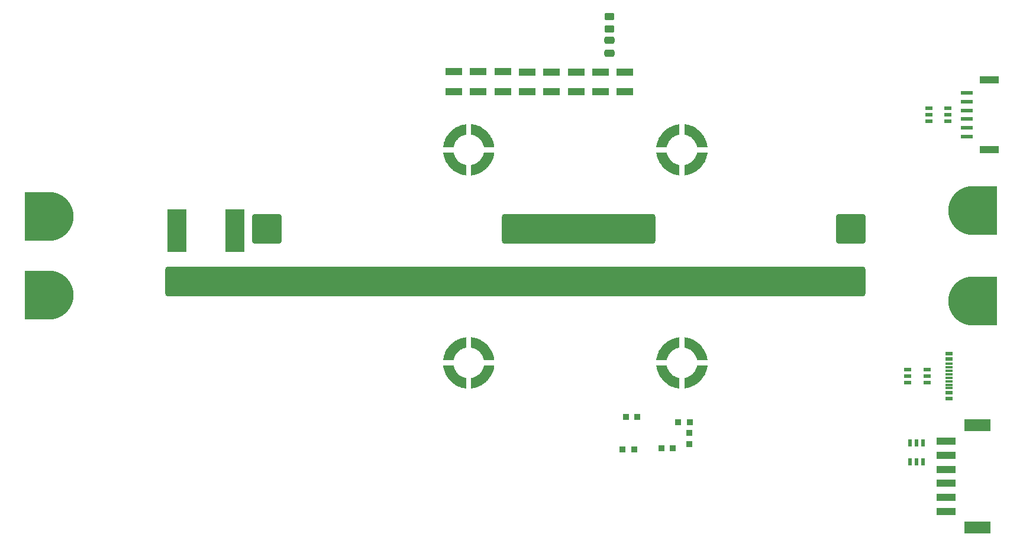
<source format=gbr>
%TF.GenerationSoftware,KiCad,Pcbnew,7.0.10*%
%TF.CreationDate,2025-04-22T22:54:08-04:00*%
%TF.ProjectId,bms-board,626d732d-626f-4617-9264-2e6b69636164,rev?*%
%TF.SameCoordinates,Original*%
%TF.FileFunction,Paste,Bot*%
%TF.FilePolarity,Positive*%
%FSLAX46Y46*%
G04 Gerber Fmt 4.6, Leading zero omitted, Abs format (unit mm)*
G04 Created by KiCad (PCBNEW 7.0.10) date 2025-04-22 22:54:08*
%MOMM*%
%LPD*%
G01*
G04 APERTURE LIST*
G04 Aperture macros list*
%AMRoundRect*
0 Rectangle with rounded corners*
0 $1 Rounding radius*
0 $2 $3 $4 $5 $6 $7 $8 $9 X,Y pos of 4 corners*
0 Add a 4 corners polygon primitive as box body*
4,1,4,$2,$3,$4,$5,$6,$7,$8,$9,$2,$3,0*
0 Add four circle primitives for the rounded corners*
1,1,$1+$1,$2,$3*
1,1,$1+$1,$4,$5*
1,1,$1+$1,$6,$7*
1,1,$1+$1,$8,$9*
0 Add four rect primitives between the rounded corners*
20,1,$1+$1,$2,$3,$4,$5,0*
20,1,$1+$1,$4,$5,$6,$7,0*
20,1,$1+$1,$6,$7,$8,$9,0*
20,1,$1+$1,$8,$9,$2,$3,0*%
%AMFreePoly0*
4,1,34,-3.500000,0.000000,-3.488454,0.284056,-3.437293,0.659559,-3.345832,1.027329,-3.215145,1.383055,-3.046763,1.722566,-2.842661,2.041881,-2.605231,2.337257,-2.337257,2.605231,-2.041881,2.842661,-1.722566,3.046763,-1.383055,3.215145,-1.027329,3.345832,-0.659559,3.437293,-0.284056,3.488454,0.000000,3.500000,0.284056,3.488454,0.659559,3.437293,1.027329,3.345832,1.383055,3.215145,
1.722566,3.046763,2.041881,2.842661,2.337257,2.605231,2.605231,2.337257,2.842661,2.041881,3.046763,1.722566,3.215145,1.383055,3.345832,1.027329,3.437293,0.659559,3.488454,0.284056,3.500000,0.000000,3.500000,-3.500000,-3.500000,-3.500000,-3.500000,0.000000,-3.500000,0.000000,$1*%
G04 Aperture macros list end*
%ADD10C,0.010000*%
%ADD11R,2.489200X1.066800*%
%ADD12FreePoly0,270.000000*%
%ADD13R,0.863600X0.889000*%
%ADD14RoundRect,0.500000X49.650000X1.650000X-49.650000X1.650000X-49.650000X-1.650000X49.650000X-1.650000X0*%
%ADD15R,0.558800X0.977900*%
%ADD16R,1.700000X0.600000*%
%ADD17R,2.700000X1.000000*%
%ADD18R,0.889000X0.863600*%
%ADD19R,3.800000X1.800000*%
%ADD20R,0.977900X0.558800*%
%ADD21RoundRect,0.250000X-0.450000X0.262500X-0.450000X-0.262500X0.450000X-0.262500X0.450000X0.262500X0*%
%ADD22R,1.140000X0.600000*%
%ADD23R,1.140000X0.300000*%
%ADD24RoundRect,0.250000X-0.475000X0.250000X-0.475000X-0.250000X0.475000X-0.250000X0.475000X0.250000X0*%
%ADD25FreePoly0,90.000000*%
%ADD26RoundRect,0.500000X1.650000X1.650000X-1.650000X1.650000X-1.650000X-1.650000X1.650000X-1.650000X0*%
%ADD27RoundRect,0.500000X10.525000X1.650000X-10.525000X1.650000X-10.525000X-1.650000X10.525000X-1.650000X0*%
%ADD28R,2.700000X6.200000*%
G04 APERTURE END LIST*
%TO.C,MP3*%
D10*
X97600000Y-95820000D02*
X97575000Y-95965000D01*
X97550000Y-96095000D01*
X97505000Y-96270000D01*
X97455000Y-96435000D01*
X97400000Y-96590000D01*
X97340000Y-96740000D01*
X97270000Y-96890000D01*
X97180000Y-97065000D01*
X97085000Y-97225000D01*
X96995000Y-97360000D01*
X96935000Y-97445000D01*
X96875000Y-97525000D01*
X96820000Y-97595000D01*
X96760000Y-97665000D01*
X96690000Y-97745000D01*
X96645000Y-97795000D01*
X96600000Y-97840000D01*
X96515000Y-97925000D01*
X96440000Y-97995000D01*
X96365000Y-98060000D01*
X96295000Y-98120000D01*
X96230000Y-98170000D01*
X96165000Y-98220000D01*
X96075000Y-98285000D01*
X95985000Y-98345000D01*
X95885000Y-98410000D01*
X95770000Y-98475000D01*
X95650000Y-98540000D01*
X95550000Y-98590000D01*
X95460000Y-98630000D01*
X95365000Y-98670000D01*
X95300000Y-98695000D01*
X95205000Y-98730000D01*
X95135000Y-98755000D01*
X95040000Y-98785000D01*
X94930000Y-98815000D01*
X94830000Y-98840000D01*
X94715000Y-98865000D01*
X94605000Y-98885000D01*
X94505000Y-98900000D01*
X94430000Y-98910000D01*
X94400000Y-98915000D01*
X94400000Y-97505000D01*
X94475000Y-97490000D01*
X94580000Y-97465000D01*
X94695000Y-97430000D01*
X94810000Y-97390000D01*
X94950000Y-97330000D01*
X95050000Y-97280000D01*
X95130000Y-97235000D01*
X95235000Y-97170000D01*
X95320000Y-97110000D01*
X95405000Y-97045000D01*
X95465000Y-96995000D01*
X95520000Y-96945000D01*
X95605000Y-96865000D01*
X95695000Y-96765000D01*
X95750000Y-96700000D01*
X95815000Y-96615000D01*
X95860000Y-96550000D01*
X95920000Y-96455000D01*
X95975000Y-96360000D01*
X96025000Y-96260000D01*
X96070000Y-96160000D01*
X96100000Y-96080000D01*
X96130000Y-96000000D01*
X96165000Y-95880000D01*
X96190000Y-95775000D01*
X96205000Y-95700000D01*
X97615000Y-95700000D01*
X97600000Y-95820000D01*
G36*
X97600000Y-95820000D02*
G01*
X97575000Y-95965000D01*
X97550000Y-96095000D01*
X97505000Y-96270000D01*
X97455000Y-96435000D01*
X97400000Y-96590000D01*
X97340000Y-96740000D01*
X97270000Y-96890000D01*
X97180000Y-97065000D01*
X97085000Y-97225000D01*
X96995000Y-97360000D01*
X96935000Y-97445000D01*
X96875000Y-97525000D01*
X96820000Y-97595000D01*
X96760000Y-97665000D01*
X96690000Y-97745000D01*
X96645000Y-97795000D01*
X96600000Y-97840000D01*
X96515000Y-97925000D01*
X96440000Y-97995000D01*
X96365000Y-98060000D01*
X96295000Y-98120000D01*
X96230000Y-98170000D01*
X96165000Y-98220000D01*
X96075000Y-98285000D01*
X95985000Y-98345000D01*
X95885000Y-98410000D01*
X95770000Y-98475000D01*
X95650000Y-98540000D01*
X95550000Y-98590000D01*
X95460000Y-98630000D01*
X95365000Y-98670000D01*
X95300000Y-98695000D01*
X95205000Y-98730000D01*
X95135000Y-98755000D01*
X95040000Y-98785000D01*
X94930000Y-98815000D01*
X94830000Y-98840000D01*
X94715000Y-98865000D01*
X94605000Y-98885000D01*
X94505000Y-98900000D01*
X94430000Y-98910000D01*
X94400000Y-98915000D01*
X94400000Y-97505000D01*
X94475000Y-97490000D01*
X94580000Y-97465000D01*
X94695000Y-97430000D01*
X94810000Y-97390000D01*
X94950000Y-97330000D01*
X95050000Y-97280000D01*
X95130000Y-97235000D01*
X95235000Y-97170000D01*
X95320000Y-97110000D01*
X95405000Y-97045000D01*
X95465000Y-96995000D01*
X95520000Y-96945000D01*
X95605000Y-96865000D01*
X95695000Y-96765000D01*
X95750000Y-96700000D01*
X95815000Y-96615000D01*
X95860000Y-96550000D01*
X95920000Y-96455000D01*
X95975000Y-96360000D01*
X96025000Y-96260000D01*
X96070000Y-96160000D01*
X96100000Y-96080000D01*
X96130000Y-96000000D01*
X96165000Y-95880000D01*
X96190000Y-95775000D01*
X96205000Y-95700000D01*
X97615000Y-95700000D01*
X97600000Y-95820000D01*
G37*
X94520000Y-91700000D02*
X94665000Y-91725000D01*
X94795000Y-91750000D01*
X94970000Y-91795000D01*
X95135000Y-91845000D01*
X95290000Y-91900000D01*
X95440000Y-91960000D01*
X95590000Y-92030000D01*
X95765000Y-92120000D01*
X95925000Y-92215000D01*
X96060000Y-92305000D01*
X96145000Y-92365000D01*
X96225000Y-92425000D01*
X96295000Y-92480000D01*
X96365000Y-92540000D01*
X96445000Y-92610000D01*
X96495000Y-92655000D01*
X96540000Y-92700000D01*
X96625000Y-92785000D01*
X96695000Y-92860000D01*
X96760000Y-92935000D01*
X96820000Y-93005000D01*
X96870000Y-93070000D01*
X96920000Y-93135000D01*
X96985000Y-93225000D01*
X97045000Y-93315000D01*
X97110000Y-93415000D01*
X97175000Y-93530000D01*
X97240000Y-93650000D01*
X97290000Y-93750000D01*
X97330000Y-93840000D01*
X97370000Y-93935000D01*
X97395000Y-94000000D01*
X97430000Y-94095000D01*
X97455000Y-94165000D01*
X97485000Y-94260000D01*
X97515000Y-94370000D01*
X97540000Y-94470000D01*
X97565000Y-94585000D01*
X97585000Y-94695000D01*
X97600000Y-94795000D01*
X97610000Y-94870000D01*
X97615000Y-94900000D01*
X96205000Y-94900000D01*
X96190000Y-94825000D01*
X96165000Y-94720000D01*
X96130000Y-94605000D01*
X96090000Y-94490000D01*
X96030000Y-94350000D01*
X95980000Y-94250000D01*
X95935000Y-94170000D01*
X95870000Y-94065000D01*
X95810000Y-93980000D01*
X95745000Y-93895000D01*
X95695000Y-93835000D01*
X95645000Y-93780000D01*
X95565000Y-93695000D01*
X95465000Y-93605000D01*
X95400000Y-93550000D01*
X95315000Y-93485000D01*
X95250000Y-93440000D01*
X95155000Y-93380000D01*
X95060000Y-93325000D01*
X94960000Y-93275000D01*
X94860000Y-93230000D01*
X94780000Y-93200000D01*
X94700000Y-93170000D01*
X94580000Y-93135000D01*
X94475000Y-93110000D01*
X94400000Y-93095000D01*
X94400000Y-91685000D01*
X94520000Y-91700000D01*
G36*
X94520000Y-91700000D02*
G01*
X94665000Y-91725000D01*
X94795000Y-91750000D01*
X94970000Y-91795000D01*
X95135000Y-91845000D01*
X95290000Y-91900000D01*
X95440000Y-91960000D01*
X95590000Y-92030000D01*
X95765000Y-92120000D01*
X95925000Y-92215000D01*
X96060000Y-92305000D01*
X96145000Y-92365000D01*
X96225000Y-92425000D01*
X96295000Y-92480000D01*
X96365000Y-92540000D01*
X96445000Y-92610000D01*
X96495000Y-92655000D01*
X96540000Y-92700000D01*
X96625000Y-92785000D01*
X96695000Y-92860000D01*
X96760000Y-92935000D01*
X96820000Y-93005000D01*
X96870000Y-93070000D01*
X96920000Y-93135000D01*
X96985000Y-93225000D01*
X97045000Y-93315000D01*
X97110000Y-93415000D01*
X97175000Y-93530000D01*
X97240000Y-93650000D01*
X97290000Y-93750000D01*
X97330000Y-93840000D01*
X97370000Y-93935000D01*
X97395000Y-94000000D01*
X97430000Y-94095000D01*
X97455000Y-94165000D01*
X97485000Y-94260000D01*
X97515000Y-94370000D01*
X97540000Y-94470000D01*
X97565000Y-94585000D01*
X97585000Y-94695000D01*
X97600000Y-94795000D01*
X97610000Y-94870000D01*
X97615000Y-94900000D01*
X96205000Y-94900000D01*
X96190000Y-94825000D01*
X96165000Y-94720000D01*
X96130000Y-94605000D01*
X96090000Y-94490000D01*
X96030000Y-94350000D01*
X95980000Y-94250000D01*
X95935000Y-94170000D01*
X95870000Y-94065000D01*
X95810000Y-93980000D01*
X95745000Y-93895000D01*
X95695000Y-93835000D01*
X95645000Y-93780000D01*
X95565000Y-93695000D01*
X95465000Y-93605000D01*
X95400000Y-93550000D01*
X95315000Y-93485000D01*
X95250000Y-93440000D01*
X95155000Y-93380000D01*
X95060000Y-93325000D01*
X94960000Y-93275000D01*
X94860000Y-93230000D01*
X94780000Y-93200000D01*
X94700000Y-93170000D01*
X94580000Y-93135000D01*
X94475000Y-93110000D01*
X94400000Y-93095000D01*
X94400000Y-91685000D01*
X94520000Y-91700000D01*
G37*
X91810000Y-95775000D02*
X91835000Y-95880000D01*
X91870000Y-95995000D01*
X91910000Y-96110000D01*
X91970000Y-96250000D01*
X92020000Y-96350000D01*
X92065000Y-96430000D01*
X92130000Y-96535000D01*
X92190000Y-96620000D01*
X92255000Y-96705000D01*
X92305000Y-96765000D01*
X92355000Y-96820000D01*
X92435000Y-96905000D01*
X92535000Y-96995000D01*
X92600000Y-97050000D01*
X92685000Y-97115000D01*
X92750000Y-97160000D01*
X92845000Y-97220000D01*
X92940000Y-97275000D01*
X93040000Y-97325000D01*
X93140000Y-97370000D01*
X93220000Y-97400000D01*
X93300000Y-97430000D01*
X93420000Y-97465000D01*
X93525000Y-97490000D01*
X93600000Y-97505000D01*
X93600000Y-98915000D01*
X93480000Y-98900000D01*
X93335000Y-98875000D01*
X93205000Y-98850000D01*
X93030000Y-98805000D01*
X92865000Y-98755000D01*
X92710000Y-98700000D01*
X92560000Y-98640000D01*
X92410000Y-98570000D01*
X92235000Y-98480000D01*
X92075000Y-98385000D01*
X91940000Y-98295000D01*
X91855000Y-98235000D01*
X91775000Y-98175000D01*
X91705000Y-98120000D01*
X91635000Y-98060000D01*
X91555000Y-97990000D01*
X91505000Y-97945000D01*
X91460000Y-97900000D01*
X91375000Y-97815000D01*
X91305000Y-97740000D01*
X91240000Y-97665000D01*
X91180000Y-97595000D01*
X91130000Y-97530000D01*
X91080000Y-97465000D01*
X91015000Y-97375000D01*
X90955000Y-97285000D01*
X90890000Y-97185000D01*
X90825000Y-97070000D01*
X90760000Y-96950000D01*
X90710000Y-96850000D01*
X90670000Y-96760000D01*
X90630000Y-96665000D01*
X90605000Y-96600000D01*
X90570000Y-96505000D01*
X90545000Y-96435000D01*
X90515000Y-96340000D01*
X90485000Y-96230000D01*
X90460000Y-96130000D01*
X90435000Y-96015000D01*
X90415000Y-95905000D01*
X90400000Y-95805000D01*
X90390000Y-95730000D01*
X90385000Y-95700000D01*
X91795000Y-95700000D01*
X91810000Y-95775000D01*
G36*
X91810000Y-95775000D02*
G01*
X91835000Y-95880000D01*
X91870000Y-95995000D01*
X91910000Y-96110000D01*
X91970000Y-96250000D01*
X92020000Y-96350000D01*
X92065000Y-96430000D01*
X92130000Y-96535000D01*
X92190000Y-96620000D01*
X92255000Y-96705000D01*
X92305000Y-96765000D01*
X92355000Y-96820000D01*
X92435000Y-96905000D01*
X92535000Y-96995000D01*
X92600000Y-97050000D01*
X92685000Y-97115000D01*
X92750000Y-97160000D01*
X92845000Y-97220000D01*
X92940000Y-97275000D01*
X93040000Y-97325000D01*
X93140000Y-97370000D01*
X93220000Y-97400000D01*
X93300000Y-97430000D01*
X93420000Y-97465000D01*
X93525000Y-97490000D01*
X93600000Y-97505000D01*
X93600000Y-98915000D01*
X93480000Y-98900000D01*
X93335000Y-98875000D01*
X93205000Y-98850000D01*
X93030000Y-98805000D01*
X92865000Y-98755000D01*
X92710000Y-98700000D01*
X92560000Y-98640000D01*
X92410000Y-98570000D01*
X92235000Y-98480000D01*
X92075000Y-98385000D01*
X91940000Y-98295000D01*
X91855000Y-98235000D01*
X91775000Y-98175000D01*
X91705000Y-98120000D01*
X91635000Y-98060000D01*
X91555000Y-97990000D01*
X91505000Y-97945000D01*
X91460000Y-97900000D01*
X91375000Y-97815000D01*
X91305000Y-97740000D01*
X91240000Y-97665000D01*
X91180000Y-97595000D01*
X91130000Y-97530000D01*
X91080000Y-97465000D01*
X91015000Y-97375000D01*
X90955000Y-97285000D01*
X90890000Y-97185000D01*
X90825000Y-97070000D01*
X90760000Y-96950000D01*
X90710000Y-96850000D01*
X90670000Y-96760000D01*
X90630000Y-96665000D01*
X90605000Y-96600000D01*
X90570000Y-96505000D01*
X90545000Y-96435000D01*
X90515000Y-96340000D01*
X90485000Y-96230000D01*
X90460000Y-96130000D01*
X90435000Y-96015000D01*
X90415000Y-95905000D01*
X90400000Y-95805000D01*
X90390000Y-95730000D01*
X90385000Y-95700000D01*
X91795000Y-95700000D01*
X91810000Y-95775000D01*
G37*
X93600000Y-93095000D02*
X93525000Y-93110000D01*
X93420000Y-93135000D01*
X93305000Y-93170000D01*
X93190000Y-93210000D01*
X93050000Y-93270000D01*
X92950000Y-93320000D01*
X92870000Y-93365000D01*
X92765000Y-93430000D01*
X92680000Y-93490000D01*
X92595000Y-93555000D01*
X92535000Y-93605000D01*
X92480000Y-93655000D01*
X92395000Y-93735000D01*
X92305000Y-93835000D01*
X92250000Y-93900000D01*
X92185000Y-93985000D01*
X92140000Y-94050000D01*
X92080000Y-94145000D01*
X92025000Y-94240000D01*
X91975000Y-94340000D01*
X91930000Y-94440000D01*
X91900000Y-94520000D01*
X91870000Y-94600000D01*
X91835000Y-94720000D01*
X91810000Y-94825000D01*
X91795000Y-94900000D01*
X90385000Y-94900000D01*
X90400000Y-94780000D01*
X90425000Y-94635000D01*
X90450000Y-94505000D01*
X90495000Y-94330000D01*
X90545000Y-94165000D01*
X90600000Y-94010000D01*
X90660000Y-93860000D01*
X90730000Y-93710000D01*
X90820000Y-93535000D01*
X90915000Y-93375000D01*
X91005000Y-93240000D01*
X91065000Y-93155000D01*
X91125000Y-93075000D01*
X91180000Y-93005000D01*
X91240000Y-92935000D01*
X91310000Y-92855000D01*
X91355000Y-92805000D01*
X91400000Y-92760000D01*
X91485000Y-92675000D01*
X91560000Y-92605000D01*
X91635000Y-92540000D01*
X91705000Y-92480000D01*
X91770000Y-92430000D01*
X91835000Y-92380000D01*
X91925000Y-92315000D01*
X92015000Y-92255000D01*
X92115000Y-92190000D01*
X92230000Y-92125000D01*
X92350000Y-92060000D01*
X92450000Y-92010000D01*
X92540000Y-91970000D01*
X92635000Y-91930000D01*
X92700000Y-91905000D01*
X92795000Y-91870000D01*
X92865000Y-91845000D01*
X92960000Y-91815000D01*
X93070000Y-91785000D01*
X93170000Y-91760000D01*
X93285000Y-91735000D01*
X93395000Y-91715000D01*
X93495000Y-91700000D01*
X93570000Y-91690000D01*
X93600000Y-91685000D01*
X93600000Y-93095000D01*
G36*
X93600000Y-93095000D02*
G01*
X93525000Y-93110000D01*
X93420000Y-93135000D01*
X93305000Y-93170000D01*
X93190000Y-93210000D01*
X93050000Y-93270000D01*
X92950000Y-93320000D01*
X92870000Y-93365000D01*
X92765000Y-93430000D01*
X92680000Y-93490000D01*
X92595000Y-93555000D01*
X92535000Y-93605000D01*
X92480000Y-93655000D01*
X92395000Y-93735000D01*
X92305000Y-93835000D01*
X92250000Y-93900000D01*
X92185000Y-93985000D01*
X92140000Y-94050000D01*
X92080000Y-94145000D01*
X92025000Y-94240000D01*
X91975000Y-94340000D01*
X91930000Y-94440000D01*
X91900000Y-94520000D01*
X91870000Y-94600000D01*
X91835000Y-94720000D01*
X91810000Y-94825000D01*
X91795000Y-94900000D01*
X90385000Y-94900000D01*
X90400000Y-94780000D01*
X90425000Y-94635000D01*
X90450000Y-94505000D01*
X90495000Y-94330000D01*
X90545000Y-94165000D01*
X90600000Y-94010000D01*
X90660000Y-93860000D01*
X90730000Y-93710000D01*
X90820000Y-93535000D01*
X90915000Y-93375000D01*
X91005000Y-93240000D01*
X91065000Y-93155000D01*
X91125000Y-93075000D01*
X91180000Y-93005000D01*
X91240000Y-92935000D01*
X91310000Y-92855000D01*
X91355000Y-92805000D01*
X91400000Y-92760000D01*
X91485000Y-92675000D01*
X91560000Y-92605000D01*
X91635000Y-92540000D01*
X91705000Y-92480000D01*
X91770000Y-92430000D01*
X91835000Y-92380000D01*
X91925000Y-92315000D01*
X92015000Y-92255000D01*
X92115000Y-92190000D01*
X92230000Y-92125000D01*
X92350000Y-92060000D01*
X92450000Y-92010000D01*
X92540000Y-91970000D01*
X92635000Y-91930000D01*
X92700000Y-91905000D01*
X92795000Y-91870000D01*
X92865000Y-91845000D01*
X92960000Y-91815000D01*
X93070000Y-91785000D01*
X93170000Y-91760000D01*
X93285000Y-91735000D01*
X93395000Y-91715000D01*
X93495000Y-91700000D01*
X93570000Y-91690000D01*
X93600000Y-91685000D01*
X93600000Y-93095000D01*
G37*
%TO.C,MP4*%
X128100000Y-95820000D02*
X128075000Y-95965000D01*
X128050000Y-96095000D01*
X128005000Y-96270000D01*
X127955000Y-96435000D01*
X127900000Y-96590000D01*
X127840000Y-96740000D01*
X127770000Y-96890000D01*
X127680000Y-97065000D01*
X127585000Y-97225000D01*
X127495000Y-97360000D01*
X127435000Y-97445000D01*
X127375000Y-97525000D01*
X127320000Y-97595000D01*
X127260000Y-97665000D01*
X127190000Y-97745000D01*
X127145000Y-97795000D01*
X127100000Y-97840000D01*
X127015000Y-97925000D01*
X126940000Y-97995000D01*
X126865000Y-98060000D01*
X126795000Y-98120000D01*
X126730000Y-98170000D01*
X126665000Y-98220000D01*
X126575000Y-98285000D01*
X126485000Y-98345000D01*
X126385000Y-98410000D01*
X126270000Y-98475000D01*
X126150000Y-98540000D01*
X126050000Y-98590000D01*
X125960000Y-98630000D01*
X125865000Y-98670000D01*
X125800000Y-98695000D01*
X125705000Y-98730000D01*
X125635000Y-98755000D01*
X125540000Y-98785000D01*
X125430000Y-98815000D01*
X125330000Y-98840000D01*
X125215000Y-98865000D01*
X125105000Y-98885000D01*
X125005000Y-98900000D01*
X124930000Y-98910000D01*
X124900000Y-98915000D01*
X124900000Y-97505000D01*
X124975000Y-97490000D01*
X125080000Y-97465000D01*
X125195000Y-97430000D01*
X125310000Y-97390000D01*
X125450000Y-97330000D01*
X125550000Y-97280000D01*
X125630000Y-97235000D01*
X125735000Y-97170000D01*
X125820000Y-97110000D01*
X125905000Y-97045000D01*
X125965000Y-96995000D01*
X126020000Y-96945000D01*
X126105000Y-96865000D01*
X126195000Y-96765000D01*
X126250000Y-96700000D01*
X126315000Y-96615000D01*
X126360000Y-96550000D01*
X126420000Y-96455000D01*
X126475000Y-96360000D01*
X126525000Y-96260000D01*
X126570000Y-96160000D01*
X126600000Y-96080000D01*
X126630000Y-96000000D01*
X126665000Y-95880000D01*
X126690000Y-95775000D01*
X126705000Y-95700000D01*
X128115000Y-95700000D01*
X128100000Y-95820000D01*
G36*
X128100000Y-95820000D02*
G01*
X128075000Y-95965000D01*
X128050000Y-96095000D01*
X128005000Y-96270000D01*
X127955000Y-96435000D01*
X127900000Y-96590000D01*
X127840000Y-96740000D01*
X127770000Y-96890000D01*
X127680000Y-97065000D01*
X127585000Y-97225000D01*
X127495000Y-97360000D01*
X127435000Y-97445000D01*
X127375000Y-97525000D01*
X127320000Y-97595000D01*
X127260000Y-97665000D01*
X127190000Y-97745000D01*
X127145000Y-97795000D01*
X127100000Y-97840000D01*
X127015000Y-97925000D01*
X126940000Y-97995000D01*
X126865000Y-98060000D01*
X126795000Y-98120000D01*
X126730000Y-98170000D01*
X126665000Y-98220000D01*
X126575000Y-98285000D01*
X126485000Y-98345000D01*
X126385000Y-98410000D01*
X126270000Y-98475000D01*
X126150000Y-98540000D01*
X126050000Y-98590000D01*
X125960000Y-98630000D01*
X125865000Y-98670000D01*
X125800000Y-98695000D01*
X125705000Y-98730000D01*
X125635000Y-98755000D01*
X125540000Y-98785000D01*
X125430000Y-98815000D01*
X125330000Y-98840000D01*
X125215000Y-98865000D01*
X125105000Y-98885000D01*
X125005000Y-98900000D01*
X124930000Y-98910000D01*
X124900000Y-98915000D01*
X124900000Y-97505000D01*
X124975000Y-97490000D01*
X125080000Y-97465000D01*
X125195000Y-97430000D01*
X125310000Y-97390000D01*
X125450000Y-97330000D01*
X125550000Y-97280000D01*
X125630000Y-97235000D01*
X125735000Y-97170000D01*
X125820000Y-97110000D01*
X125905000Y-97045000D01*
X125965000Y-96995000D01*
X126020000Y-96945000D01*
X126105000Y-96865000D01*
X126195000Y-96765000D01*
X126250000Y-96700000D01*
X126315000Y-96615000D01*
X126360000Y-96550000D01*
X126420000Y-96455000D01*
X126475000Y-96360000D01*
X126525000Y-96260000D01*
X126570000Y-96160000D01*
X126600000Y-96080000D01*
X126630000Y-96000000D01*
X126665000Y-95880000D01*
X126690000Y-95775000D01*
X126705000Y-95700000D01*
X128115000Y-95700000D01*
X128100000Y-95820000D01*
G37*
X125020000Y-91700000D02*
X125165000Y-91725000D01*
X125295000Y-91750000D01*
X125470000Y-91795000D01*
X125635000Y-91845000D01*
X125790000Y-91900000D01*
X125940000Y-91960000D01*
X126090000Y-92030000D01*
X126265000Y-92120000D01*
X126425000Y-92215000D01*
X126560000Y-92305000D01*
X126645000Y-92365000D01*
X126725000Y-92425000D01*
X126795000Y-92480000D01*
X126865000Y-92540000D01*
X126945000Y-92610000D01*
X126995000Y-92655000D01*
X127040000Y-92700000D01*
X127125000Y-92785000D01*
X127195000Y-92860000D01*
X127260000Y-92935000D01*
X127320000Y-93005000D01*
X127370000Y-93070000D01*
X127420000Y-93135000D01*
X127485000Y-93225000D01*
X127545000Y-93315000D01*
X127610000Y-93415000D01*
X127675000Y-93530000D01*
X127740000Y-93650000D01*
X127790000Y-93750000D01*
X127830000Y-93840000D01*
X127870000Y-93935000D01*
X127895000Y-94000000D01*
X127930000Y-94095000D01*
X127955000Y-94165000D01*
X127985000Y-94260000D01*
X128015000Y-94370000D01*
X128040000Y-94470000D01*
X128065000Y-94585000D01*
X128085000Y-94695000D01*
X128100000Y-94795000D01*
X128110000Y-94870000D01*
X128115000Y-94900000D01*
X126705000Y-94900000D01*
X126690000Y-94825000D01*
X126665000Y-94720000D01*
X126630000Y-94605000D01*
X126590000Y-94490000D01*
X126530000Y-94350000D01*
X126480000Y-94250000D01*
X126435000Y-94170000D01*
X126370000Y-94065000D01*
X126310000Y-93980000D01*
X126245000Y-93895000D01*
X126195000Y-93835000D01*
X126145000Y-93780000D01*
X126065000Y-93695000D01*
X125965000Y-93605000D01*
X125900000Y-93550000D01*
X125815000Y-93485000D01*
X125750000Y-93440000D01*
X125655000Y-93380000D01*
X125560000Y-93325000D01*
X125460000Y-93275000D01*
X125360000Y-93230000D01*
X125280000Y-93200000D01*
X125200000Y-93170000D01*
X125080000Y-93135000D01*
X124975000Y-93110000D01*
X124900000Y-93095000D01*
X124900000Y-91685000D01*
X125020000Y-91700000D01*
G36*
X125020000Y-91700000D02*
G01*
X125165000Y-91725000D01*
X125295000Y-91750000D01*
X125470000Y-91795000D01*
X125635000Y-91845000D01*
X125790000Y-91900000D01*
X125940000Y-91960000D01*
X126090000Y-92030000D01*
X126265000Y-92120000D01*
X126425000Y-92215000D01*
X126560000Y-92305000D01*
X126645000Y-92365000D01*
X126725000Y-92425000D01*
X126795000Y-92480000D01*
X126865000Y-92540000D01*
X126945000Y-92610000D01*
X126995000Y-92655000D01*
X127040000Y-92700000D01*
X127125000Y-92785000D01*
X127195000Y-92860000D01*
X127260000Y-92935000D01*
X127320000Y-93005000D01*
X127370000Y-93070000D01*
X127420000Y-93135000D01*
X127485000Y-93225000D01*
X127545000Y-93315000D01*
X127610000Y-93415000D01*
X127675000Y-93530000D01*
X127740000Y-93650000D01*
X127790000Y-93750000D01*
X127830000Y-93840000D01*
X127870000Y-93935000D01*
X127895000Y-94000000D01*
X127930000Y-94095000D01*
X127955000Y-94165000D01*
X127985000Y-94260000D01*
X128015000Y-94370000D01*
X128040000Y-94470000D01*
X128065000Y-94585000D01*
X128085000Y-94695000D01*
X128100000Y-94795000D01*
X128110000Y-94870000D01*
X128115000Y-94900000D01*
X126705000Y-94900000D01*
X126690000Y-94825000D01*
X126665000Y-94720000D01*
X126630000Y-94605000D01*
X126590000Y-94490000D01*
X126530000Y-94350000D01*
X126480000Y-94250000D01*
X126435000Y-94170000D01*
X126370000Y-94065000D01*
X126310000Y-93980000D01*
X126245000Y-93895000D01*
X126195000Y-93835000D01*
X126145000Y-93780000D01*
X126065000Y-93695000D01*
X125965000Y-93605000D01*
X125900000Y-93550000D01*
X125815000Y-93485000D01*
X125750000Y-93440000D01*
X125655000Y-93380000D01*
X125560000Y-93325000D01*
X125460000Y-93275000D01*
X125360000Y-93230000D01*
X125280000Y-93200000D01*
X125200000Y-93170000D01*
X125080000Y-93135000D01*
X124975000Y-93110000D01*
X124900000Y-93095000D01*
X124900000Y-91685000D01*
X125020000Y-91700000D01*
G37*
X122310000Y-95775000D02*
X122335000Y-95880000D01*
X122370000Y-95995000D01*
X122410000Y-96110000D01*
X122470000Y-96250000D01*
X122520000Y-96350000D01*
X122565000Y-96430000D01*
X122630000Y-96535000D01*
X122690000Y-96620000D01*
X122755000Y-96705000D01*
X122805000Y-96765000D01*
X122855000Y-96820000D01*
X122935000Y-96905000D01*
X123035000Y-96995000D01*
X123100000Y-97050000D01*
X123185000Y-97115000D01*
X123250000Y-97160000D01*
X123345000Y-97220000D01*
X123440000Y-97275000D01*
X123540000Y-97325000D01*
X123640000Y-97370000D01*
X123720000Y-97400000D01*
X123800000Y-97430000D01*
X123920000Y-97465000D01*
X124025000Y-97490000D01*
X124100000Y-97505000D01*
X124100000Y-98915000D01*
X123980000Y-98900000D01*
X123835000Y-98875000D01*
X123705000Y-98850000D01*
X123530000Y-98805000D01*
X123365000Y-98755000D01*
X123210000Y-98700000D01*
X123060000Y-98640000D01*
X122910000Y-98570000D01*
X122735000Y-98480000D01*
X122575000Y-98385000D01*
X122440000Y-98295000D01*
X122355000Y-98235000D01*
X122275000Y-98175000D01*
X122205000Y-98120000D01*
X122135000Y-98060000D01*
X122055000Y-97990000D01*
X122005000Y-97945000D01*
X121960000Y-97900000D01*
X121875000Y-97815000D01*
X121805000Y-97740000D01*
X121740000Y-97665000D01*
X121680000Y-97595000D01*
X121630000Y-97530000D01*
X121580000Y-97465000D01*
X121515000Y-97375000D01*
X121455000Y-97285000D01*
X121390000Y-97185000D01*
X121325000Y-97070000D01*
X121260000Y-96950000D01*
X121210000Y-96850000D01*
X121170000Y-96760000D01*
X121130000Y-96665000D01*
X121105000Y-96600000D01*
X121070000Y-96505000D01*
X121045000Y-96435000D01*
X121015000Y-96340000D01*
X120985000Y-96230000D01*
X120960000Y-96130000D01*
X120935000Y-96015000D01*
X120915000Y-95905000D01*
X120900000Y-95805000D01*
X120890000Y-95730000D01*
X120885000Y-95700000D01*
X122295000Y-95700000D01*
X122310000Y-95775000D01*
G36*
X122310000Y-95775000D02*
G01*
X122335000Y-95880000D01*
X122370000Y-95995000D01*
X122410000Y-96110000D01*
X122470000Y-96250000D01*
X122520000Y-96350000D01*
X122565000Y-96430000D01*
X122630000Y-96535000D01*
X122690000Y-96620000D01*
X122755000Y-96705000D01*
X122805000Y-96765000D01*
X122855000Y-96820000D01*
X122935000Y-96905000D01*
X123035000Y-96995000D01*
X123100000Y-97050000D01*
X123185000Y-97115000D01*
X123250000Y-97160000D01*
X123345000Y-97220000D01*
X123440000Y-97275000D01*
X123540000Y-97325000D01*
X123640000Y-97370000D01*
X123720000Y-97400000D01*
X123800000Y-97430000D01*
X123920000Y-97465000D01*
X124025000Y-97490000D01*
X124100000Y-97505000D01*
X124100000Y-98915000D01*
X123980000Y-98900000D01*
X123835000Y-98875000D01*
X123705000Y-98850000D01*
X123530000Y-98805000D01*
X123365000Y-98755000D01*
X123210000Y-98700000D01*
X123060000Y-98640000D01*
X122910000Y-98570000D01*
X122735000Y-98480000D01*
X122575000Y-98385000D01*
X122440000Y-98295000D01*
X122355000Y-98235000D01*
X122275000Y-98175000D01*
X122205000Y-98120000D01*
X122135000Y-98060000D01*
X122055000Y-97990000D01*
X122005000Y-97945000D01*
X121960000Y-97900000D01*
X121875000Y-97815000D01*
X121805000Y-97740000D01*
X121740000Y-97665000D01*
X121680000Y-97595000D01*
X121630000Y-97530000D01*
X121580000Y-97465000D01*
X121515000Y-97375000D01*
X121455000Y-97285000D01*
X121390000Y-97185000D01*
X121325000Y-97070000D01*
X121260000Y-96950000D01*
X121210000Y-96850000D01*
X121170000Y-96760000D01*
X121130000Y-96665000D01*
X121105000Y-96600000D01*
X121070000Y-96505000D01*
X121045000Y-96435000D01*
X121015000Y-96340000D01*
X120985000Y-96230000D01*
X120960000Y-96130000D01*
X120935000Y-96015000D01*
X120915000Y-95905000D01*
X120900000Y-95805000D01*
X120890000Y-95730000D01*
X120885000Y-95700000D01*
X122295000Y-95700000D01*
X122310000Y-95775000D01*
G37*
X124100000Y-93095000D02*
X124025000Y-93110000D01*
X123920000Y-93135000D01*
X123805000Y-93170000D01*
X123690000Y-93210000D01*
X123550000Y-93270000D01*
X123450000Y-93320000D01*
X123370000Y-93365000D01*
X123265000Y-93430000D01*
X123180000Y-93490000D01*
X123095000Y-93555000D01*
X123035000Y-93605000D01*
X122980000Y-93655000D01*
X122895000Y-93735000D01*
X122805000Y-93835000D01*
X122750000Y-93900000D01*
X122685000Y-93985000D01*
X122640000Y-94050000D01*
X122580000Y-94145000D01*
X122525000Y-94240000D01*
X122475000Y-94340000D01*
X122430000Y-94440000D01*
X122400000Y-94520000D01*
X122370000Y-94600000D01*
X122335000Y-94720000D01*
X122310000Y-94825000D01*
X122295000Y-94900000D01*
X120885000Y-94900000D01*
X120900000Y-94780000D01*
X120925000Y-94635000D01*
X120950000Y-94505000D01*
X120995000Y-94330000D01*
X121045000Y-94165000D01*
X121100000Y-94010000D01*
X121160000Y-93860000D01*
X121230000Y-93710000D01*
X121320000Y-93535000D01*
X121415000Y-93375000D01*
X121505000Y-93240000D01*
X121565000Y-93155000D01*
X121625000Y-93075000D01*
X121680000Y-93005000D01*
X121740000Y-92935000D01*
X121810000Y-92855000D01*
X121855000Y-92805000D01*
X121900000Y-92760000D01*
X121985000Y-92675000D01*
X122060000Y-92605000D01*
X122135000Y-92540000D01*
X122205000Y-92480000D01*
X122270000Y-92430000D01*
X122335000Y-92380000D01*
X122425000Y-92315000D01*
X122515000Y-92255000D01*
X122615000Y-92190000D01*
X122730000Y-92125000D01*
X122850000Y-92060000D01*
X122950000Y-92010000D01*
X123040000Y-91970000D01*
X123135000Y-91930000D01*
X123200000Y-91905000D01*
X123295000Y-91870000D01*
X123365000Y-91845000D01*
X123460000Y-91815000D01*
X123570000Y-91785000D01*
X123670000Y-91760000D01*
X123785000Y-91735000D01*
X123895000Y-91715000D01*
X123995000Y-91700000D01*
X124070000Y-91690000D01*
X124100000Y-91685000D01*
X124100000Y-93095000D01*
G36*
X124100000Y-93095000D02*
G01*
X124025000Y-93110000D01*
X123920000Y-93135000D01*
X123805000Y-93170000D01*
X123690000Y-93210000D01*
X123550000Y-93270000D01*
X123450000Y-93320000D01*
X123370000Y-93365000D01*
X123265000Y-93430000D01*
X123180000Y-93490000D01*
X123095000Y-93555000D01*
X123035000Y-93605000D01*
X122980000Y-93655000D01*
X122895000Y-93735000D01*
X122805000Y-93835000D01*
X122750000Y-93900000D01*
X122685000Y-93985000D01*
X122640000Y-94050000D01*
X122580000Y-94145000D01*
X122525000Y-94240000D01*
X122475000Y-94340000D01*
X122430000Y-94440000D01*
X122400000Y-94520000D01*
X122370000Y-94600000D01*
X122335000Y-94720000D01*
X122310000Y-94825000D01*
X122295000Y-94900000D01*
X120885000Y-94900000D01*
X120900000Y-94780000D01*
X120925000Y-94635000D01*
X120950000Y-94505000D01*
X120995000Y-94330000D01*
X121045000Y-94165000D01*
X121100000Y-94010000D01*
X121160000Y-93860000D01*
X121230000Y-93710000D01*
X121320000Y-93535000D01*
X121415000Y-93375000D01*
X121505000Y-93240000D01*
X121565000Y-93155000D01*
X121625000Y-93075000D01*
X121680000Y-93005000D01*
X121740000Y-92935000D01*
X121810000Y-92855000D01*
X121855000Y-92805000D01*
X121900000Y-92760000D01*
X121985000Y-92675000D01*
X122060000Y-92605000D01*
X122135000Y-92540000D01*
X122205000Y-92480000D01*
X122270000Y-92430000D01*
X122335000Y-92380000D01*
X122425000Y-92315000D01*
X122515000Y-92255000D01*
X122615000Y-92190000D01*
X122730000Y-92125000D01*
X122850000Y-92060000D01*
X122950000Y-92010000D01*
X123040000Y-91970000D01*
X123135000Y-91930000D01*
X123200000Y-91905000D01*
X123295000Y-91870000D01*
X123365000Y-91845000D01*
X123460000Y-91815000D01*
X123570000Y-91785000D01*
X123670000Y-91760000D01*
X123785000Y-91735000D01*
X123895000Y-91715000D01*
X123995000Y-91700000D01*
X124070000Y-91690000D01*
X124100000Y-91685000D01*
X124100000Y-93095000D01*
G37*
%TO.C,MP2*%
X128100000Y-65320000D02*
X128075000Y-65465000D01*
X128050000Y-65595000D01*
X128005000Y-65770000D01*
X127955000Y-65935000D01*
X127900000Y-66090000D01*
X127840000Y-66240000D01*
X127770000Y-66390000D01*
X127680000Y-66565000D01*
X127585000Y-66725000D01*
X127495000Y-66860000D01*
X127435000Y-66945000D01*
X127375000Y-67025000D01*
X127320000Y-67095000D01*
X127260000Y-67165000D01*
X127190000Y-67245000D01*
X127145000Y-67295000D01*
X127100000Y-67340000D01*
X127015000Y-67425000D01*
X126940000Y-67495000D01*
X126865000Y-67560000D01*
X126795000Y-67620000D01*
X126730000Y-67670000D01*
X126665000Y-67720000D01*
X126575000Y-67785000D01*
X126485000Y-67845000D01*
X126385000Y-67910000D01*
X126270000Y-67975000D01*
X126150000Y-68040000D01*
X126050000Y-68090000D01*
X125960000Y-68130000D01*
X125865000Y-68170000D01*
X125800000Y-68195000D01*
X125705000Y-68230000D01*
X125635000Y-68255000D01*
X125540000Y-68285000D01*
X125430000Y-68315000D01*
X125330000Y-68340000D01*
X125215000Y-68365000D01*
X125105000Y-68385000D01*
X125005000Y-68400000D01*
X124930000Y-68410000D01*
X124900000Y-68415000D01*
X124900000Y-67005000D01*
X124975000Y-66990000D01*
X125080000Y-66965000D01*
X125195000Y-66930000D01*
X125310000Y-66890000D01*
X125450000Y-66830000D01*
X125550000Y-66780000D01*
X125630000Y-66735000D01*
X125735000Y-66670000D01*
X125820000Y-66610000D01*
X125905000Y-66545000D01*
X125965000Y-66495000D01*
X126020000Y-66445000D01*
X126105000Y-66365000D01*
X126195000Y-66265000D01*
X126250000Y-66200000D01*
X126315000Y-66115000D01*
X126360000Y-66050000D01*
X126420000Y-65955000D01*
X126475000Y-65860000D01*
X126525000Y-65760000D01*
X126570000Y-65660000D01*
X126600000Y-65580000D01*
X126630000Y-65500000D01*
X126665000Y-65380000D01*
X126690000Y-65275000D01*
X126705000Y-65200000D01*
X128115000Y-65200000D01*
X128100000Y-65320000D01*
G36*
X128100000Y-65320000D02*
G01*
X128075000Y-65465000D01*
X128050000Y-65595000D01*
X128005000Y-65770000D01*
X127955000Y-65935000D01*
X127900000Y-66090000D01*
X127840000Y-66240000D01*
X127770000Y-66390000D01*
X127680000Y-66565000D01*
X127585000Y-66725000D01*
X127495000Y-66860000D01*
X127435000Y-66945000D01*
X127375000Y-67025000D01*
X127320000Y-67095000D01*
X127260000Y-67165000D01*
X127190000Y-67245000D01*
X127145000Y-67295000D01*
X127100000Y-67340000D01*
X127015000Y-67425000D01*
X126940000Y-67495000D01*
X126865000Y-67560000D01*
X126795000Y-67620000D01*
X126730000Y-67670000D01*
X126665000Y-67720000D01*
X126575000Y-67785000D01*
X126485000Y-67845000D01*
X126385000Y-67910000D01*
X126270000Y-67975000D01*
X126150000Y-68040000D01*
X126050000Y-68090000D01*
X125960000Y-68130000D01*
X125865000Y-68170000D01*
X125800000Y-68195000D01*
X125705000Y-68230000D01*
X125635000Y-68255000D01*
X125540000Y-68285000D01*
X125430000Y-68315000D01*
X125330000Y-68340000D01*
X125215000Y-68365000D01*
X125105000Y-68385000D01*
X125005000Y-68400000D01*
X124930000Y-68410000D01*
X124900000Y-68415000D01*
X124900000Y-67005000D01*
X124975000Y-66990000D01*
X125080000Y-66965000D01*
X125195000Y-66930000D01*
X125310000Y-66890000D01*
X125450000Y-66830000D01*
X125550000Y-66780000D01*
X125630000Y-66735000D01*
X125735000Y-66670000D01*
X125820000Y-66610000D01*
X125905000Y-66545000D01*
X125965000Y-66495000D01*
X126020000Y-66445000D01*
X126105000Y-66365000D01*
X126195000Y-66265000D01*
X126250000Y-66200000D01*
X126315000Y-66115000D01*
X126360000Y-66050000D01*
X126420000Y-65955000D01*
X126475000Y-65860000D01*
X126525000Y-65760000D01*
X126570000Y-65660000D01*
X126600000Y-65580000D01*
X126630000Y-65500000D01*
X126665000Y-65380000D01*
X126690000Y-65275000D01*
X126705000Y-65200000D01*
X128115000Y-65200000D01*
X128100000Y-65320000D01*
G37*
X125020000Y-61200000D02*
X125165000Y-61225000D01*
X125295000Y-61250000D01*
X125470000Y-61295000D01*
X125635000Y-61345000D01*
X125790000Y-61400000D01*
X125940000Y-61460000D01*
X126090000Y-61530000D01*
X126265000Y-61620000D01*
X126425000Y-61715000D01*
X126560000Y-61805000D01*
X126645000Y-61865000D01*
X126725000Y-61925000D01*
X126795000Y-61980000D01*
X126865000Y-62040000D01*
X126945000Y-62110000D01*
X126995000Y-62155000D01*
X127040000Y-62200000D01*
X127125000Y-62285000D01*
X127195000Y-62360000D01*
X127260000Y-62435000D01*
X127320000Y-62505000D01*
X127370000Y-62570000D01*
X127420000Y-62635000D01*
X127485000Y-62725000D01*
X127545000Y-62815000D01*
X127610000Y-62915000D01*
X127675000Y-63030000D01*
X127740000Y-63150000D01*
X127790000Y-63250000D01*
X127830000Y-63340000D01*
X127870000Y-63435000D01*
X127895000Y-63500000D01*
X127930000Y-63595000D01*
X127955000Y-63665000D01*
X127985000Y-63760000D01*
X128015000Y-63870000D01*
X128040000Y-63970000D01*
X128065000Y-64085000D01*
X128085000Y-64195000D01*
X128100000Y-64295000D01*
X128110000Y-64370000D01*
X128115000Y-64400000D01*
X126705000Y-64400000D01*
X126690000Y-64325000D01*
X126665000Y-64220000D01*
X126630000Y-64105000D01*
X126590000Y-63990000D01*
X126530000Y-63850000D01*
X126480000Y-63750000D01*
X126435000Y-63670000D01*
X126370000Y-63565000D01*
X126310000Y-63480000D01*
X126245000Y-63395000D01*
X126195000Y-63335000D01*
X126145000Y-63280000D01*
X126065000Y-63195000D01*
X125965000Y-63105000D01*
X125900000Y-63050000D01*
X125815000Y-62985000D01*
X125750000Y-62940000D01*
X125655000Y-62880000D01*
X125560000Y-62825000D01*
X125460000Y-62775000D01*
X125360000Y-62730000D01*
X125280000Y-62700000D01*
X125200000Y-62670000D01*
X125080000Y-62635000D01*
X124975000Y-62610000D01*
X124900000Y-62595000D01*
X124900000Y-61185000D01*
X125020000Y-61200000D01*
G36*
X125020000Y-61200000D02*
G01*
X125165000Y-61225000D01*
X125295000Y-61250000D01*
X125470000Y-61295000D01*
X125635000Y-61345000D01*
X125790000Y-61400000D01*
X125940000Y-61460000D01*
X126090000Y-61530000D01*
X126265000Y-61620000D01*
X126425000Y-61715000D01*
X126560000Y-61805000D01*
X126645000Y-61865000D01*
X126725000Y-61925000D01*
X126795000Y-61980000D01*
X126865000Y-62040000D01*
X126945000Y-62110000D01*
X126995000Y-62155000D01*
X127040000Y-62200000D01*
X127125000Y-62285000D01*
X127195000Y-62360000D01*
X127260000Y-62435000D01*
X127320000Y-62505000D01*
X127370000Y-62570000D01*
X127420000Y-62635000D01*
X127485000Y-62725000D01*
X127545000Y-62815000D01*
X127610000Y-62915000D01*
X127675000Y-63030000D01*
X127740000Y-63150000D01*
X127790000Y-63250000D01*
X127830000Y-63340000D01*
X127870000Y-63435000D01*
X127895000Y-63500000D01*
X127930000Y-63595000D01*
X127955000Y-63665000D01*
X127985000Y-63760000D01*
X128015000Y-63870000D01*
X128040000Y-63970000D01*
X128065000Y-64085000D01*
X128085000Y-64195000D01*
X128100000Y-64295000D01*
X128110000Y-64370000D01*
X128115000Y-64400000D01*
X126705000Y-64400000D01*
X126690000Y-64325000D01*
X126665000Y-64220000D01*
X126630000Y-64105000D01*
X126590000Y-63990000D01*
X126530000Y-63850000D01*
X126480000Y-63750000D01*
X126435000Y-63670000D01*
X126370000Y-63565000D01*
X126310000Y-63480000D01*
X126245000Y-63395000D01*
X126195000Y-63335000D01*
X126145000Y-63280000D01*
X126065000Y-63195000D01*
X125965000Y-63105000D01*
X125900000Y-63050000D01*
X125815000Y-62985000D01*
X125750000Y-62940000D01*
X125655000Y-62880000D01*
X125560000Y-62825000D01*
X125460000Y-62775000D01*
X125360000Y-62730000D01*
X125280000Y-62700000D01*
X125200000Y-62670000D01*
X125080000Y-62635000D01*
X124975000Y-62610000D01*
X124900000Y-62595000D01*
X124900000Y-61185000D01*
X125020000Y-61200000D01*
G37*
X122310000Y-65275000D02*
X122335000Y-65380000D01*
X122370000Y-65495000D01*
X122410000Y-65610000D01*
X122470000Y-65750000D01*
X122520000Y-65850000D01*
X122565000Y-65930000D01*
X122630000Y-66035000D01*
X122690000Y-66120000D01*
X122755000Y-66205000D01*
X122805000Y-66265000D01*
X122855000Y-66320000D01*
X122935000Y-66405000D01*
X123035000Y-66495000D01*
X123100000Y-66550000D01*
X123185000Y-66615000D01*
X123250000Y-66660000D01*
X123345000Y-66720000D01*
X123440000Y-66775000D01*
X123540000Y-66825000D01*
X123640000Y-66870000D01*
X123720000Y-66900000D01*
X123800000Y-66930000D01*
X123920000Y-66965000D01*
X124025000Y-66990000D01*
X124100000Y-67005000D01*
X124100000Y-68415000D01*
X123980000Y-68400000D01*
X123835000Y-68375000D01*
X123705000Y-68350000D01*
X123530000Y-68305000D01*
X123365000Y-68255000D01*
X123210000Y-68200000D01*
X123060000Y-68140000D01*
X122910000Y-68070000D01*
X122735000Y-67980000D01*
X122575000Y-67885000D01*
X122440000Y-67795000D01*
X122355000Y-67735000D01*
X122275000Y-67675000D01*
X122205000Y-67620000D01*
X122135000Y-67560000D01*
X122055000Y-67490000D01*
X122005000Y-67445000D01*
X121960000Y-67400000D01*
X121875000Y-67315000D01*
X121805000Y-67240000D01*
X121740000Y-67165000D01*
X121680000Y-67095000D01*
X121630000Y-67030000D01*
X121580000Y-66965000D01*
X121515000Y-66875000D01*
X121455000Y-66785000D01*
X121390000Y-66685000D01*
X121325000Y-66570000D01*
X121260000Y-66450000D01*
X121210000Y-66350000D01*
X121170000Y-66260000D01*
X121130000Y-66165000D01*
X121105000Y-66100000D01*
X121070000Y-66005000D01*
X121045000Y-65935000D01*
X121015000Y-65840000D01*
X120985000Y-65730000D01*
X120960000Y-65630000D01*
X120935000Y-65515000D01*
X120915000Y-65405000D01*
X120900000Y-65305000D01*
X120890000Y-65230000D01*
X120885000Y-65200000D01*
X122295000Y-65200000D01*
X122310000Y-65275000D01*
G36*
X122310000Y-65275000D02*
G01*
X122335000Y-65380000D01*
X122370000Y-65495000D01*
X122410000Y-65610000D01*
X122470000Y-65750000D01*
X122520000Y-65850000D01*
X122565000Y-65930000D01*
X122630000Y-66035000D01*
X122690000Y-66120000D01*
X122755000Y-66205000D01*
X122805000Y-66265000D01*
X122855000Y-66320000D01*
X122935000Y-66405000D01*
X123035000Y-66495000D01*
X123100000Y-66550000D01*
X123185000Y-66615000D01*
X123250000Y-66660000D01*
X123345000Y-66720000D01*
X123440000Y-66775000D01*
X123540000Y-66825000D01*
X123640000Y-66870000D01*
X123720000Y-66900000D01*
X123800000Y-66930000D01*
X123920000Y-66965000D01*
X124025000Y-66990000D01*
X124100000Y-67005000D01*
X124100000Y-68415000D01*
X123980000Y-68400000D01*
X123835000Y-68375000D01*
X123705000Y-68350000D01*
X123530000Y-68305000D01*
X123365000Y-68255000D01*
X123210000Y-68200000D01*
X123060000Y-68140000D01*
X122910000Y-68070000D01*
X122735000Y-67980000D01*
X122575000Y-67885000D01*
X122440000Y-67795000D01*
X122355000Y-67735000D01*
X122275000Y-67675000D01*
X122205000Y-67620000D01*
X122135000Y-67560000D01*
X122055000Y-67490000D01*
X122005000Y-67445000D01*
X121960000Y-67400000D01*
X121875000Y-67315000D01*
X121805000Y-67240000D01*
X121740000Y-67165000D01*
X121680000Y-67095000D01*
X121630000Y-67030000D01*
X121580000Y-66965000D01*
X121515000Y-66875000D01*
X121455000Y-66785000D01*
X121390000Y-66685000D01*
X121325000Y-66570000D01*
X121260000Y-66450000D01*
X121210000Y-66350000D01*
X121170000Y-66260000D01*
X121130000Y-66165000D01*
X121105000Y-66100000D01*
X121070000Y-66005000D01*
X121045000Y-65935000D01*
X121015000Y-65840000D01*
X120985000Y-65730000D01*
X120960000Y-65630000D01*
X120935000Y-65515000D01*
X120915000Y-65405000D01*
X120900000Y-65305000D01*
X120890000Y-65230000D01*
X120885000Y-65200000D01*
X122295000Y-65200000D01*
X122310000Y-65275000D01*
G37*
X124100000Y-62595000D02*
X124025000Y-62610000D01*
X123920000Y-62635000D01*
X123805000Y-62670000D01*
X123690000Y-62710000D01*
X123550000Y-62770000D01*
X123450000Y-62820000D01*
X123370000Y-62865000D01*
X123265000Y-62930000D01*
X123180000Y-62990000D01*
X123095000Y-63055000D01*
X123035000Y-63105000D01*
X122980000Y-63155000D01*
X122895000Y-63235000D01*
X122805000Y-63335000D01*
X122750000Y-63400000D01*
X122685000Y-63485000D01*
X122640000Y-63550000D01*
X122580000Y-63645000D01*
X122525000Y-63740000D01*
X122475000Y-63840000D01*
X122430000Y-63940000D01*
X122400000Y-64020000D01*
X122370000Y-64100000D01*
X122335000Y-64220000D01*
X122310000Y-64325000D01*
X122295000Y-64400000D01*
X120885000Y-64400000D01*
X120900000Y-64280000D01*
X120925000Y-64135000D01*
X120950000Y-64005000D01*
X120995000Y-63830000D01*
X121045000Y-63665000D01*
X121100000Y-63510000D01*
X121160000Y-63360000D01*
X121230000Y-63210000D01*
X121320000Y-63035000D01*
X121415000Y-62875000D01*
X121505000Y-62740000D01*
X121565000Y-62655000D01*
X121625000Y-62575000D01*
X121680000Y-62505000D01*
X121740000Y-62435000D01*
X121810000Y-62355000D01*
X121855000Y-62305000D01*
X121900000Y-62260000D01*
X121985000Y-62175000D01*
X122060000Y-62105000D01*
X122135000Y-62040000D01*
X122205000Y-61980000D01*
X122270000Y-61930000D01*
X122335000Y-61880000D01*
X122425000Y-61815000D01*
X122515000Y-61755000D01*
X122615000Y-61690000D01*
X122730000Y-61625000D01*
X122850000Y-61560000D01*
X122950000Y-61510000D01*
X123040000Y-61470000D01*
X123135000Y-61430000D01*
X123200000Y-61405000D01*
X123295000Y-61370000D01*
X123365000Y-61345000D01*
X123460000Y-61315000D01*
X123570000Y-61285000D01*
X123670000Y-61260000D01*
X123785000Y-61235000D01*
X123895000Y-61215000D01*
X123995000Y-61200000D01*
X124070000Y-61190000D01*
X124100000Y-61185000D01*
X124100000Y-62595000D01*
G36*
X124100000Y-62595000D02*
G01*
X124025000Y-62610000D01*
X123920000Y-62635000D01*
X123805000Y-62670000D01*
X123690000Y-62710000D01*
X123550000Y-62770000D01*
X123450000Y-62820000D01*
X123370000Y-62865000D01*
X123265000Y-62930000D01*
X123180000Y-62990000D01*
X123095000Y-63055000D01*
X123035000Y-63105000D01*
X122980000Y-63155000D01*
X122895000Y-63235000D01*
X122805000Y-63335000D01*
X122750000Y-63400000D01*
X122685000Y-63485000D01*
X122640000Y-63550000D01*
X122580000Y-63645000D01*
X122525000Y-63740000D01*
X122475000Y-63840000D01*
X122430000Y-63940000D01*
X122400000Y-64020000D01*
X122370000Y-64100000D01*
X122335000Y-64220000D01*
X122310000Y-64325000D01*
X122295000Y-64400000D01*
X120885000Y-64400000D01*
X120900000Y-64280000D01*
X120925000Y-64135000D01*
X120950000Y-64005000D01*
X120995000Y-63830000D01*
X121045000Y-63665000D01*
X121100000Y-63510000D01*
X121160000Y-63360000D01*
X121230000Y-63210000D01*
X121320000Y-63035000D01*
X121415000Y-62875000D01*
X121505000Y-62740000D01*
X121565000Y-62655000D01*
X121625000Y-62575000D01*
X121680000Y-62505000D01*
X121740000Y-62435000D01*
X121810000Y-62355000D01*
X121855000Y-62305000D01*
X121900000Y-62260000D01*
X121985000Y-62175000D01*
X122060000Y-62105000D01*
X122135000Y-62040000D01*
X122205000Y-61980000D01*
X122270000Y-61930000D01*
X122335000Y-61880000D01*
X122425000Y-61815000D01*
X122515000Y-61755000D01*
X122615000Y-61690000D01*
X122730000Y-61625000D01*
X122850000Y-61560000D01*
X122950000Y-61510000D01*
X123040000Y-61470000D01*
X123135000Y-61430000D01*
X123200000Y-61405000D01*
X123295000Y-61370000D01*
X123365000Y-61345000D01*
X123460000Y-61315000D01*
X123570000Y-61285000D01*
X123670000Y-61260000D01*
X123785000Y-61235000D01*
X123895000Y-61215000D01*
X123995000Y-61200000D01*
X124070000Y-61190000D01*
X124100000Y-61185000D01*
X124100000Y-62595000D01*
G37*
%TO.C,MP1*%
X97600000Y-65320000D02*
X97575000Y-65465000D01*
X97550000Y-65595000D01*
X97505000Y-65770000D01*
X97455000Y-65935000D01*
X97400000Y-66090000D01*
X97340000Y-66240000D01*
X97270000Y-66390000D01*
X97180000Y-66565000D01*
X97085000Y-66725000D01*
X96995000Y-66860000D01*
X96935000Y-66945000D01*
X96875000Y-67025000D01*
X96820000Y-67095000D01*
X96760000Y-67165000D01*
X96690000Y-67245000D01*
X96645000Y-67295000D01*
X96600000Y-67340000D01*
X96515000Y-67425000D01*
X96440000Y-67495000D01*
X96365000Y-67560000D01*
X96295000Y-67620000D01*
X96230000Y-67670000D01*
X96165000Y-67720000D01*
X96075000Y-67785000D01*
X95985000Y-67845000D01*
X95885000Y-67910000D01*
X95770000Y-67975000D01*
X95650000Y-68040000D01*
X95550000Y-68090000D01*
X95460000Y-68130000D01*
X95365000Y-68170000D01*
X95300000Y-68195000D01*
X95205000Y-68230000D01*
X95135000Y-68255000D01*
X95040000Y-68285000D01*
X94930000Y-68315000D01*
X94830000Y-68340000D01*
X94715000Y-68365000D01*
X94605000Y-68385000D01*
X94505000Y-68400000D01*
X94430000Y-68410000D01*
X94400000Y-68415000D01*
X94400000Y-67005000D01*
X94475000Y-66990000D01*
X94580000Y-66965000D01*
X94695000Y-66930000D01*
X94810000Y-66890000D01*
X94950000Y-66830000D01*
X95050000Y-66780000D01*
X95130000Y-66735000D01*
X95235000Y-66670000D01*
X95320000Y-66610000D01*
X95405000Y-66545000D01*
X95465000Y-66495000D01*
X95520000Y-66445000D01*
X95605000Y-66365000D01*
X95695000Y-66265000D01*
X95750000Y-66200000D01*
X95815000Y-66115000D01*
X95860000Y-66050000D01*
X95920000Y-65955000D01*
X95975000Y-65860000D01*
X96025000Y-65760000D01*
X96070000Y-65660000D01*
X96100000Y-65580000D01*
X96130000Y-65500000D01*
X96165000Y-65380000D01*
X96190000Y-65275000D01*
X96205000Y-65200000D01*
X97615000Y-65200000D01*
X97600000Y-65320000D01*
G36*
X97600000Y-65320000D02*
G01*
X97575000Y-65465000D01*
X97550000Y-65595000D01*
X97505000Y-65770000D01*
X97455000Y-65935000D01*
X97400000Y-66090000D01*
X97340000Y-66240000D01*
X97270000Y-66390000D01*
X97180000Y-66565000D01*
X97085000Y-66725000D01*
X96995000Y-66860000D01*
X96935000Y-66945000D01*
X96875000Y-67025000D01*
X96820000Y-67095000D01*
X96760000Y-67165000D01*
X96690000Y-67245000D01*
X96645000Y-67295000D01*
X96600000Y-67340000D01*
X96515000Y-67425000D01*
X96440000Y-67495000D01*
X96365000Y-67560000D01*
X96295000Y-67620000D01*
X96230000Y-67670000D01*
X96165000Y-67720000D01*
X96075000Y-67785000D01*
X95985000Y-67845000D01*
X95885000Y-67910000D01*
X95770000Y-67975000D01*
X95650000Y-68040000D01*
X95550000Y-68090000D01*
X95460000Y-68130000D01*
X95365000Y-68170000D01*
X95300000Y-68195000D01*
X95205000Y-68230000D01*
X95135000Y-68255000D01*
X95040000Y-68285000D01*
X94930000Y-68315000D01*
X94830000Y-68340000D01*
X94715000Y-68365000D01*
X94605000Y-68385000D01*
X94505000Y-68400000D01*
X94430000Y-68410000D01*
X94400000Y-68415000D01*
X94400000Y-67005000D01*
X94475000Y-66990000D01*
X94580000Y-66965000D01*
X94695000Y-66930000D01*
X94810000Y-66890000D01*
X94950000Y-66830000D01*
X95050000Y-66780000D01*
X95130000Y-66735000D01*
X95235000Y-66670000D01*
X95320000Y-66610000D01*
X95405000Y-66545000D01*
X95465000Y-66495000D01*
X95520000Y-66445000D01*
X95605000Y-66365000D01*
X95695000Y-66265000D01*
X95750000Y-66200000D01*
X95815000Y-66115000D01*
X95860000Y-66050000D01*
X95920000Y-65955000D01*
X95975000Y-65860000D01*
X96025000Y-65760000D01*
X96070000Y-65660000D01*
X96100000Y-65580000D01*
X96130000Y-65500000D01*
X96165000Y-65380000D01*
X96190000Y-65275000D01*
X96205000Y-65200000D01*
X97615000Y-65200000D01*
X97600000Y-65320000D01*
G37*
X94520000Y-61200000D02*
X94665000Y-61225000D01*
X94795000Y-61250000D01*
X94970000Y-61295000D01*
X95135000Y-61345000D01*
X95290000Y-61400000D01*
X95440000Y-61460000D01*
X95590000Y-61530000D01*
X95765000Y-61620000D01*
X95925000Y-61715000D01*
X96060000Y-61805000D01*
X96145000Y-61865000D01*
X96225000Y-61925000D01*
X96295000Y-61980000D01*
X96365000Y-62040000D01*
X96445000Y-62110000D01*
X96495000Y-62155000D01*
X96540000Y-62200000D01*
X96625000Y-62285000D01*
X96695000Y-62360000D01*
X96760000Y-62435000D01*
X96820000Y-62505000D01*
X96870000Y-62570000D01*
X96920000Y-62635000D01*
X96985000Y-62725000D01*
X97045000Y-62815000D01*
X97110000Y-62915000D01*
X97175000Y-63030000D01*
X97240000Y-63150000D01*
X97290000Y-63250000D01*
X97330000Y-63340000D01*
X97370000Y-63435000D01*
X97395000Y-63500000D01*
X97430000Y-63595000D01*
X97455000Y-63665000D01*
X97485000Y-63760000D01*
X97515000Y-63870000D01*
X97540000Y-63970000D01*
X97565000Y-64085000D01*
X97585000Y-64195000D01*
X97600000Y-64295000D01*
X97610000Y-64370000D01*
X97615000Y-64400000D01*
X96205000Y-64400000D01*
X96190000Y-64325000D01*
X96165000Y-64220000D01*
X96130000Y-64105000D01*
X96090000Y-63990000D01*
X96030000Y-63850000D01*
X95980000Y-63750000D01*
X95935000Y-63670000D01*
X95870000Y-63565000D01*
X95810000Y-63480000D01*
X95745000Y-63395000D01*
X95695000Y-63335000D01*
X95645000Y-63280000D01*
X95565000Y-63195000D01*
X95465000Y-63105000D01*
X95400000Y-63050000D01*
X95315000Y-62985000D01*
X95250000Y-62940000D01*
X95155000Y-62880000D01*
X95060000Y-62825000D01*
X94960000Y-62775000D01*
X94860000Y-62730000D01*
X94780000Y-62700000D01*
X94700000Y-62670000D01*
X94580000Y-62635000D01*
X94475000Y-62610000D01*
X94400000Y-62595000D01*
X94400000Y-61185000D01*
X94520000Y-61200000D01*
G36*
X94520000Y-61200000D02*
G01*
X94665000Y-61225000D01*
X94795000Y-61250000D01*
X94970000Y-61295000D01*
X95135000Y-61345000D01*
X95290000Y-61400000D01*
X95440000Y-61460000D01*
X95590000Y-61530000D01*
X95765000Y-61620000D01*
X95925000Y-61715000D01*
X96060000Y-61805000D01*
X96145000Y-61865000D01*
X96225000Y-61925000D01*
X96295000Y-61980000D01*
X96365000Y-62040000D01*
X96445000Y-62110000D01*
X96495000Y-62155000D01*
X96540000Y-62200000D01*
X96625000Y-62285000D01*
X96695000Y-62360000D01*
X96760000Y-62435000D01*
X96820000Y-62505000D01*
X96870000Y-62570000D01*
X96920000Y-62635000D01*
X96985000Y-62725000D01*
X97045000Y-62815000D01*
X97110000Y-62915000D01*
X97175000Y-63030000D01*
X97240000Y-63150000D01*
X97290000Y-63250000D01*
X97330000Y-63340000D01*
X97370000Y-63435000D01*
X97395000Y-63500000D01*
X97430000Y-63595000D01*
X97455000Y-63665000D01*
X97485000Y-63760000D01*
X97515000Y-63870000D01*
X97540000Y-63970000D01*
X97565000Y-64085000D01*
X97585000Y-64195000D01*
X97600000Y-64295000D01*
X97610000Y-64370000D01*
X97615000Y-64400000D01*
X96205000Y-64400000D01*
X96190000Y-64325000D01*
X96165000Y-64220000D01*
X96130000Y-64105000D01*
X96090000Y-63990000D01*
X96030000Y-63850000D01*
X95980000Y-63750000D01*
X95935000Y-63670000D01*
X95870000Y-63565000D01*
X95810000Y-63480000D01*
X95745000Y-63395000D01*
X95695000Y-63335000D01*
X95645000Y-63280000D01*
X95565000Y-63195000D01*
X95465000Y-63105000D01*
X95400000Y-63050000D01*
X95315000Y-62985000D01*
X95250000Y-62940000D01*
X95155000Y-62880000D01*
X95060000Y-62825000D01*
X94960000Y-62775000D01*
X94860000Y-62730000D01*
X94780000Y-62700000D01*
X94700000Y-62670000D01*
X94580000Y-62635000D01*
X94475000Y-62610000D01*
X94400000Y-62595000D01*
X94400000Y-61185000D01*
X94520000Y-61200000D01*
G37*
X91810000Y-65275000D02*
X91835000Y-65380000D01*
X91870000Y-65495000D01*
X91910000Y-65610000D01*
X91970000Y-65750000D01*
X92020000Y-65850000D01*
X92065000Y-65930000D01*
X92130000Y-66035000D01*
X92190000Y-66120000D01*
X92255000Y-66205000D01*
X92305000Y-66265000D01*
X92355000Y-66320000D01*
X92435000Y-66405000D01*
X92535000Y-66495000D01*
X92600000Y-66550000D01*
X92685000Y-66615000D01*
X92750000Y-66660000D01*
X92845000Y-66720000D01*
X92940000Y-66775000D01*
X93040000Y-66825000D01*
X93140000Y-66870000D01*
X93220000Y-66900000D01*
X93300000Y-66930000D01*
X93420000Y-66965000D01*
X93525000Y-66990000D01*
X93600000Y-67005000D01*
X93600000Y-68415000D01*
X93480000Y-68400000D01*
X93335000Y-68375000D01*
X93205000Y-68350000D01*
X93030000Y-68305000D01*
X92865000Y-68255000D01*
X92710000Y-68200000D01*
X92560000Y-68140000D01*
X92410000Y-68070000D01*
X92235000Y-67980000D01*
X92075000Y-67885000D01*
X91940000Y-67795000D01*
X91855000Y-67735000D01*
X91775000Y-67675000D01*
X91705000Y-67620000D01*
X91635000Y-67560000D01*
X91555000Y-67490000D01*
X91505000Y-67445000D01*
X91460000Y-67400000D01*
X91375000Y-67315000D01*
X91305000Y-67240000D01*
X91240000Y-67165000D01*
X91180000Y-67095000D01*
X91130000Y-67030000D01*
X91080000Y-66965000D01*
X91015000Y-66875000D01*
X90955000Y-66785000D01*
X90890000Y-66685000D01*
X90825000Y-66570000D01*
X90760000Y-66450000D01*
X90710000Y-66350000D01*
X90670000Y-66260000D01*
X90630000Y-66165000D01*
X90605000Y-66100000D01*
X90570000Y-66005000D01*
X90545000Y-65935000D01*
X90515000Y-65840000D01*
X90485000Y-65730000D01*
X90460000Y-65630000D01*
X90435000Y-65515000D01*
X90415000Y-65405000D01*
X90400000Y-65305000D01*
X90390000Y-65230000D01*
X90385000Y-65200000D01*
X91795000Y-65200000D01*
X91810000Y-65275000D01*
G36*
X91810000Y-65275000D02*
G01*
X91835000Y-65380000D01*
X91870000Y-65495000D01*
X91910000Y-65610000D01*
X91970000Y-65750000D01*
X92020000Y-65850000D01*
X92065000Y-65930000D01*
X92130000Y-66035000D01*
X92190000Y-66120000D01*
X92255000Y-66205000D01*
X92305000Y-66265000D01*
X92355000Y-66320000D01*
X92435000Y-66405000D01*
X92535000Y-66495000D01*
X92600000Y-66550000D01*
X92685000Y-66615000D01*
X92750000Y-66660000D01*
X92845000Y-66720000D01*
X92940000Y-66775000D01*
X93040000Y-66825000D01*
X93140000Y-66870000D01*
X93220000Y-66900000D01*
X93300000Y-66930000D01*
X93420000Y-66965000D01*
X93525000Y-66990000D01*
X93600000Y-67005000D01*
X93600000Y-68415000D01*
X93480000Y-68400000D01*
X93335000Y-68375000D01*
X93205000Y-68350000D01*
X93030000Y-68305000D01*
X92865000Y-68255000D01*
X92710000Y-68200000D01*
X92560000Y-68140000D01*
X92410000Y-68070000D01*
X92235000Y-67980000D01*
X92075000Y-67885000D01*
X91940000Y-67795000D01*
X91855000Y-67735000D01*
X91775000Y-67675000D01*
X91705000Y-67620000D01*
X91635000Y-67560000D01*
X91555000Y-67490000D01*
X91505000Y-67445000D01*
X91460000Y-67400000D01*
X91375000Y-67315000D01*
X91305000Y-67240000D01*
X91240000Y-67165000D01*
X91180000Y-67095000D01*
X91130000Y-67030000D01*
X91080000Y-66965000D01*
X91015000Y-66875000D01*
X90955000Y-66785000D01*
X90890000Y-66685000D01*
X90825000Y-66570000D01*
X90760000Y-66450000D01*
X90710000Y-66350000D01*
X90670000Y-66260000D01*
X90630000Y-66165000D01*
X90605000Y-66100000D01*
X90570000Y-66005000D01*
X90545000Y-65935000D01*
X90515000Y-65840000D01*
X90485000Y-65730000D01*
X90460000Y-65630000D01*
X90435000Y-65515000D01*
X90415000Y-65405000D01*
X90400000Y-65305000D01*
X90390000Y-65230000D01*
X90385000Y-65200000D01*
X91795000Y-65200000D01*
X91810000Y-65275000D01*
G37*
X93600000Y-62595000D02*
X93525000Y-62610000D01*
X93420000Y-62635000D01*
X93305000Y-62670000D01*
X93190000Y-62710000D01*
X93050000Y-62770000D01*
X92950000Y-62820000D01*
X92870000Y-62865000D01*
X92765000Y-62930000D01*
X92680000Y-62990000D01*
X92595000Y-63055000D01*
X92535000Y-63105000D01*
X92480000Y-63155000D01*
X92395000Y-63235000D01*
X92305000Y-63335000D01*
X92250000Y-63400000D01*
X92185000Y-63485000D01*
X92140000Y-63550000D01*
X92080000Y-63645000D01*
X92025000Y-63740000D01*
X91975000Y-63840000D01*
X91930000Y-63940000D01*
X91900000Y-64020000D01*
X91870000Y-64100000D01*
X91835000Y-64220000D01*
X91810000Y-64325000D01*
X91795000Y-64400000D01*
X90385000Y-64400000D01*
X90400000Y-64280000D01*
X90425000Y-64135000D01*
X90450000Y-64005000D01*
X90495000Y-63830000D01*
X90545000Y-63665000D01*
X90600000Y-63510000D01*
X90660000Y-63360000D01*
X90730000Y-63210000D01*
X90820000Y-63035000D01*
X90915000Y-62875000D01*
X91005000Y-62740000D01*
X91065000Y-62655000D01*
X91125000Y-62575000D01*
X91180000Y-62505000D01*
X91240000Y-62435000D01*
X91310000Y-62355000D01*
X91355000Y-62305000D01*
X91400000Y-62260000D01*
X91485000Y-62175000D01*
X91560000Y-62105000D01*
X91635000Y-62040000D01*
X91705000Y-61980000D01*
X91770000Y-61930000D01*
X91835000Y-61880000D01*
X91925000Y-61815000D01*
X92015000Y-61755000D01*
X92115000Y-61690000D01*
X92230000Y-61625000D01*
X92350000Y-61560000D01*
X92450000Y-61510000D01*
X92540000Y-61470000D01*
X92635000Y-61430000D01*
X92700000Y-61405000D01*
X92795000Y-61370000D01*
X92865000Y-61345000D01*
X92960000Y-61315000D01*
X93070000Y-61285000D01*
X93170000Y-61260000D01*
X93285000Y-61235000D01*
X93395000Y-61215000D01*
X93495000Y-61200000D01*
X93570000Y-61190000D01*
X93600000Y-61185000D01*
X93600000Y-62595000D01*
G36*
X93600000Y-62595000D02*
G01*
X93525000Y-62610000D01*
X93420000Y-62635000D01*
X93305000Y-62670000D01*
X93190000Y-62710000D01*
X93050000Y-62770000D01*
X92950000Y-62820000D01*
X92870000Y-62865000D01*
X92765000Y-62930000D01*
X92680000Y-62990000D01*
X92595000Y-63055000D01*
X92535000Y-63105000D01*
X92480000Y-63155000D01*
X92395000Y-63235000D01*
X92305000Y-63335000D01*
X92250000Y-63400000D01*
X92185000Y-63485000D01*
X92140000Y-63550000D01*
X92080000Y-63645000D01*
X92025000Y-63740000D01*
X91975000Y-63840000D01*
X91930000Y-63940000D01*
X91900000Y-64020000D01*
X91870000Y-64100000D01*
X91835000Y-64220000D01*
X91810000Y-64325000D01*
X91795000Y-64400000D01*
X90385000Y-64400000D01*
X90400000Y-64280000D01*
X90425000Y-64135000D01*
X90450000Y-64005000D01*
X90495000Y-63830000D01*
X90545000Y-63665000D01*
X90600000Y-63510000D01*
X90660000Y-63360000D01*
X90730000Y-63210000D01*
X90820000Y-63035000D01*
X90915000Y-62875000D01*
X91005000Y-62740000D01*
X91065000Y-62655000D01*
X91125000Y-62575000D01*
X91180000Y-62505000D01*
X91240000Y-62435000D01*
X91310000Y-62355000D01*
X91355000Y-62305000D01*
X91400000Y-62260000D01*
X91485000Y-62175000D01*
X91560000Y-62105000D01*
X91635000Y-62040000D01*
X91705000Y-61980000D01*
X91770000Y-61930000D01*
X91835000Y-61880000D01*
X91925000Y-61815000D01*
X92015000Y-61755000D01*
X92115000Y-61690000D01*
X92230000Y-61625000D01*
X92350000Y-61560000D01*
X92450000Y-61510000D01*
X92540000Y-61470000D01*
X92635000Y-61430000D01*
X92700000Y-61405000D01*
X92795000Y-61370000D01*
X92865000Y-61345000D01*
X92960000Y-61315000D01*
X93070000Y-61285000D01*
X93170000Y-61260000D01*
X93285000Y-61235000D01*
X93395000Y-61215000D01*
X93495000Y-61200000D01*
X93570000Y-61190000D01*
X93600000Y-61185000D01*
X93600000Y-62595000D01*
G37*
%TD*%
D11*
%TO.C,C53*%
X102400000Y-53700000D03*
X102400000Y-56544800D03*
%TD*%
%TO.C,C50*%
X95400000Y-53650400D03*
X95400000Y-56495200D03*
%TD*%
D12*
%TO.C,J6*%
X33950000Y-74400000D03*
X33950000Y-85600000D03*
%TD*%
D11*
%TO.C,C57*%
X116400000Y-53700000D03*
X116400000Y-56544800D03*
%TD*%
%TO.C,C55*%
X109400000Y-53700000D03*
X109400000Y-56544800D03*
%TD*%
D13*
%TO.C,C69*%
X124000000Y-103800000D03*
X125651000Y-103800000D03*
%TD*%
D14*
%TO.C,BB1*%
X100750000Y-83650000D03*
%TD*%
D15*
%TO.C,CR2*%
X159050001Y-109505250D03*
X158100000Y-109505250D03*
X157149999Y-109505250D03*
X157149999Y-106774750D03*
X158100000Y-106774750D03*
X159050001Y-106774750D03*
%TD*%
D11*
%TO.C,C51*%
X98900000Y-53655200D03*
X98900000Y-56500000D03*
%TD*%
%TO.C,C56*%
X112900000Y-53700000D03*
X112900000Y-56544800D03*
%TD*%
D16*
%TO.C,J17*%
X165300000Y-56700000D03*
X165300000Y-57950000D03*
X165300000Y-59200000D03*
X165300000Y-60450000D03*
X165300000Y-61700000D03*
X165300000Y-62950000D03*
D17*
X168500000Y-54850000D03*
X168500000Y-64800000D03*
%TD*%
D13*
%TO.C,C66*%
X123251000Y-107600000D03*
X121600000Y-107600000D03*
%TD*%
D11*
%TO.C,C54*%
X105900000Y-53700000D03*
X105900000Y-56544800D03*
%TD*%
D18*
%TO.C,C70*%
X125600000Y-105349000D03*
X125600000Y-107000000D03*
%TD*%
D17*
%TO.C,J12*%
X162350000Y-106590000D03*
X162350000Y-108590000D03*
X162350000Y-110590000D03*
X162350000Y-112590000D03*
X162350000Y-114590000D03*
X162350000Y-116590000D03*
D19*
X166800000Y-104240000D03*
X166800000Y-118940000D03*
%TD*%
D20*
%TO.C,CR3*%
X162600000Y-58863498D03*
X162600000Y-59813499D03*
X162600000Y-60763500D03*
X159869500Y-60763500D03*
X159869500Y-59813499D03*
X159869500Y-58863498D03*
%TD*%
%TO.C,CR1*%
X159610000Y-96289999D03*
X159610000Y-97240000D03*
X159610000Y-98190001D03*
X156879500Y-98190001D03*
X156879500Y-97240000D03*
X156879500Y-96289999D03*
%TD*%
D21*
%TO.C,R109*%
X114200000Y-45720800D03*
X114200000Y-47545800D03*
%TD*%
D11*
%TO.C,C49*%
X91900000Y-53650400D03*
X91900000Y-56495200D03*
%TD*%
D22*
%TO.C,J3*%
X162750000Y-94020000D03*
X162750000Y-94820000D03*
D23*
X162750000Y-95970000D03*
X162750000Y-96970000D03*
X162750000Y-97470000D03*
X162750000Y-98470000D03*
D22*
X162750000Y-100420000D03*
X162750000Y-99620000D03*
D23*
X162750000Y-98970000D03*
X162750000Y-97970000D03*
X162750000Y-96470000D03*
X162750000Y-95470000D03*
%TD*%
D13*
%TO.C,C71*%
X117700000Y-107700000D03*
X116049000Y-107700000D03*
%TD*%
D24*
%TO.C,C42*%
X114200000Y-49145800D03*
X114200000Y-51045800D03*
%TD*%
D25*
%TO.C,J11*%
X166150000Y-86500000D03*
X166150000Y-73500000D03*
%TD*%
D26*
%TO.C,BB2*%
X148700000Y-76150000D03*
D27*
X109800000Y-76150000D03*
D26*
X65180000Y-76160000D03*
%TD*%
D28*
%TO.C,R92*%
X52300000Y-76400000D03*
X60600000Y-76400000D03*
%TD*%
D13*
%TO.C,C68*%
X118168198Y-103100000D03*
X116517198Y-103100000D03*
%TD*%
M02*

</source>
